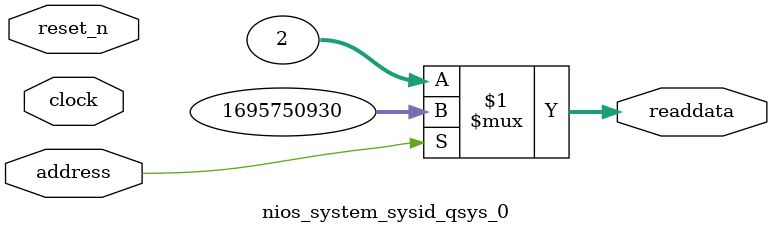
<source format=v>



// synthesis translate_off
`timescale 1ns / 1ps
// synthesis translate_on

// turn off superfluous verilog processor warnings 
// altera message_level Level1 
// altera message_off 10034 10035 10036 10037 10230 10240 10030 

module nios_system_sysid_qsys_0 (
               // inputs:
                address,
                clock,
                reset_n,

               // outputs:
                readdata
             )
;

  output  [ 31: 0] readdata;
  input            address;
  input            clock;
  input            reset_n;

  wire    [ 31: 0] readdata;
  //control_slave, which is an e_avalon_slave
  assign readdata = address ? 1695750930 : 2;

endmodule



</source>
